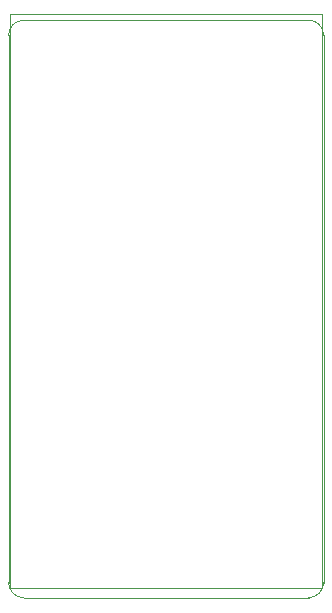
<source format=gbr>
%TF.GenerationSoftware,KiCad,Pcbnew,5.1.5+dfsg1-2~bpo10+1*%
%TF.CreationDate,Date%
%TF.ProjectId,PIS,5049532e-6b69-4636-9164-5f7063625858,rev?*%
%TF.SameCoordinates,Original*%
%TF.FileFunction,Other,User*%
%FSLAX45Y45*%
G04 Gerber Fmt 4.5, Leading zero omitted, Abs format (unit mm)*
G04 Created by KiCad*
%MOMM*%
%LPD*%
G04 APERTURE LIST*
%ADD10C,0.120000*%
%ADD11C,0.050000*%
G04 APERTURE END LIST*
D10*
X-190500Y4063511D02*
G75*
G02X-63500Y4190511I127000J0D01*
G01*
X2476500Y-571500D02*
G75*
G02X2349500Y-698500I-127000J0D01*
G01*
X2349500Y4190511D02*
G75*
G02X2476500Y4063511I0J-127000D01*
G01*
X-63500Y-698989D02*
G75*
G02X-190500Y-571989I0J127000D01*
G01*
X2476500Y-571500D02*
X2476500Y4064000D01*
X-63500Y-698500D02*
X2349500Y-698500D01*
X-190500Y4064000D02*
X-190500Y-571500D01*
X2349500Y4190511D02*
X-63500Y4190511D01*
D11*
X-180000Y-620000D02*
X2460000Y-620000D01*
X2460000Y-620000D02*
X2460000Y4240000D01*
X2460000Y4240000D02*
X-180000Y4240000D01*
X-180000Y4240000D02*
X-180000Y-620000D01*
M02*

</source>
